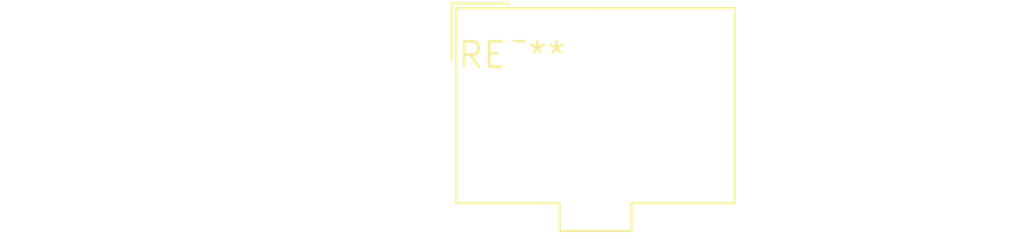
<source format=kicad_pcb>
(kicad_pcb (version 20240108) (generator pcbnew)
  (layers (0 "F.Cu" signal) (31 "B.Cu" signal) (34 "B.Paste" user) (35 "F.Paste" user) (36 "B.SilkS" user "B.Silkscreen") (37 "F.SilkS" user "F.Silkscreen") (38 "B.Mask" user) (39 "F.Mask" user) (44 "Edge.Cuts" user))
  (net 0 "")
  (footprint "Molex_Mini-Fit_Jr_5566-06A_2x03_P4.20mm_Vertical" (layer "F.Cu") (at 0 0)
    (property "Reference" "REF**")
    (property "Value" "Molex_Mini-Fit_Jr_5566-06A_2x03_P4.20mm_Vertical")
    (fp_line (start -3.05 -2.6) (end -3.05 0.25) (layer "F.SilkS") (stroke (width 0.12)))
    (fp_line (start -2.81 -2.36) (end -2.81 7.46) (layer "F.SilkS") (stroke (width 0.12)))
    (fp_line (start -2.81 7.46) (end 2.39 7.46) (layer "F.SilkS") (stroke (width 0.12)))
    (fp_line (start -0.2 -2.6) (end -3.05 -2.6) (layer "F.SilkS") (stroke (width 0.12)))
    (fp_line (start 2.39 7.46) (end 2.39 8.86) (layer "F.SilkS") (stroke (width 0.12)))
    (fp_line (start 2.39 8.86) (end 4.2 8.86) (layer "F.SilkS") (stroke (width 0.12)))
    (fp_line (start 4.2 -2.36) (end -2.81 -2.36) (layer "F.SilkS") (stroke (width 0.12)))
    (fp_line (start 4.2 -2.36) (end 11.21 -2.36) (layer "F.SilkS") (stroke (width 0.12)))
    (fp_line (start 6.01 7.46) (end 6.01 8.86) (layer "F.SilkS") (stroke (width 0.12)))
    (fp_line (start 6.01 8.86) (end 4.2 8.86) (layer "F.SilkS") (stroke (width 0.12)))
    (fp_line (start 11.21 -2.36) (end 11.21 7.46) (layer "F.SilkS") (stroke (width 0.12)))
    (fp_line (start 11.21 7.46) (end 6.01 7.46) (layer "F.SilkS") (stroke (width 0.12)))
    (pad "1" thru_hole roundrect (at 0 0) (size 2.7 3.3) (drill 1.4) (layers *.Cu *.Mask) (remove_unused_layers) (roundrect_rratio 0.092593))
    (pad "2" thru_hole oval (at 4.2 0) (size 2.7 3.3) (drill 1.4) (layers *.Cu *.Mask) (remove_unused_layers))
    (pad "3" thru_hole oval (at 8.4 0) (size 2.7 3.3) (drill 1.4) (layers *.Cu *.Mask) (remove_unused_layers))
    (pad "4" thru_hole oval (at 0 5.5) (size 2.7 3.3) (drill 1.4) (layers *.Cu *.Mask) (remove_unused_layers))
    (pad "5" thru_hole oval (at 4.2 5.5) (size 2.7 3.3) (drill 1.4) (layers *.Cu *.Mask) (remove_unused_layers))
    (pad "6" thru_hole oval (at 8.4 5.5) (size 2.7 3.3) (drill 1.4) (layers *.Cu *.Mask) (remove_unused_layers))
  )
)
</source>
